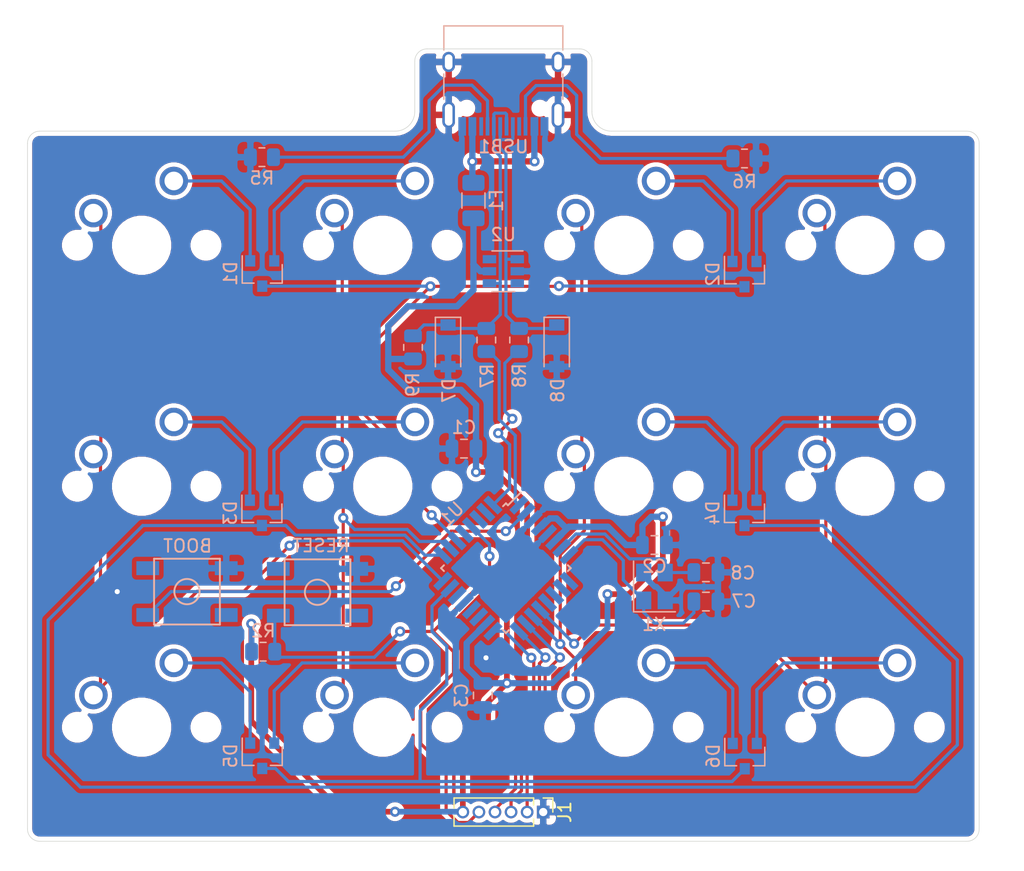
<source format=kicad_pcb>
(kicad_pcb (version 20171130) (host pcbnew "(5.1.9)-1")
  (layers (0 F.Cu signal) (31 B.Cu signal) (34 B.Paste user) (35 F.Paste user) (36 B.SilkS user) (37 F.SilkS user) (38 B.Mask user) (39 F.Mask user) (44 Edge.Cuts user))
  (net 0 "")
  (net 1 BOOT)
  (net 2 GND)
  (net 3 +5V)
  (net 4 "Net-(C7-Pad1)")
  (net 5 "Net-(C8-Pad1)")
  (net 6 row0)
  (net 7 "Net-(D2-Pad2)")
  (net 8 "Net-(D4-Pad2)")
  (net 9 row1)
  (net 10 "Net-(D6-Pad2)")
  (net 11 VCC)
  (net 12 RESET)
  (net 13 SCK)
  (net 14 MISO)
  (net 15 MOSI)
  (net 16 col0)
  (net 17 col1)
  (net 18 col2)
  (net 19 col3)
  (net 20 "Net-(R5-Pad2)")
  (net 21 "Net-(R6-Pad2)")
  (net 22 D-)
  (net 23 D+)
  (net 24 "Net-(U1-Pad31)")
  (net 25 "Net-(U1-Pad30)")
  (net 26 "Net-(U1-Pad28)")
  (net 27 "Net-(U1-Pad22)")
  (net 28 "Net-(U1-Pad20)")
  (net 29 "Net-(U1-Pad19)")
  (net 30 "Net-(U1-Pad12)")
  (net 31 "Net-(U1-Pad11)")
  (net 32 "Net-(U1-Pad10)")
  (net 33 "Net-(U1-Pad9)")
  (net 34 "Net-(U2-Pad6)")
  (net 35 "Net-(U2-Pad3)")
  (net 36 "Net-(USB1-PadB8)")
  (net 37 "Net-(USB1-PadA8)")
  (net 38 row2)
  (net 39 "Net-(D1-Pad2)")
  (net 40 "Net-(D3-Pad2)")
  (net 41 "Net-(D5-Pad2)")
  (net 42 "Net-(D7-Pad1)")
  (net 43 "Net-(D8-Pad1)")
  (module MX_Only:MXOnly-1U-NoLED (layer F.Cu) (at 115.8494 73.6092)
    (fp_text reference MX6)
    (fp_text value MX-NoLED)
    (pad 2 thru_hole circle (at 2.54 -5.08) (size 2.25 2.25) (drill 1.47) (layers *.Cu B.Mask) (net 40 "Net-(D3-Pad2)"))
    (pad "" np_thru_hole circle (at 0 0) (size 3.9878 3.9878) (drill 3.9878) (layers *.Cu *.Mask))
    (pad 1 thru_hole circle (at -3.81 -2.54) (size 2.25 2.25) (drill 1.47) (layers *.Cu B.Mask) (net 17 col1))
    (pad "" np_thru_hole circle (at -5.08 0 48.0996) (size 1.75 1.75) (drill 1.75) (layers *.Cu *.Mask))
    (pad "" np_thru_hole circle (at 5.08 0 48.0996) (size 1.75 1.75) (drill 1.75) (layers *.Cu *.Mask))
  )
  (module custom_parts:D_SOT-23_ANK (layer B.Cu) (at 144.4498 94.9452 270)
    (fp_text reference D6 (at 0 2.5 270) (layer B.SilkS) (effects (justify mirror)))
    (fp_text value D_Small)
    (pad 1 smd rect (at 1 0 270) (size 0.9 0.8) (layers B.Cu B.Paste B.Mask) (net 38 row2))
    (pad 2 smd rect (at -1 -0.95 270) (size 0.9 0.8) (layers B.Cu B.Paste B.Mask) (net 10 "Net-(D6-Pad2)"))
    (pad 2 smd rect (at -1 0.95 270) (size 0.9 0.8) (layers B.Cu B.Paste B.Mask) (net 10 "Net-(D6-Pad2)"))
  )
  (module custom_parts:D_SOT-23_ANK (layer B.Cu) (at 106.3244 94.9198 270)
    (fp_text reference D5 (at 0 2.5 90) (layer B.SilkS) (effects (justify mirror)))
    (fp_text value D_Small)
    (pad 1 smd rect (at 1 0 270) (size 0.9 0.8) (layers B.Cu B.Paste B.Mask) (net 38 row2))
    (pad 2 smd rect (at -1 -0.95 270) (size 0.9 0.8) (layers B.Cu B.Paste B.Mask) (net 41 "Net-(D5-Pad2)"))
    (pad 2 smd rect (at -1 0.95 270) (size 0.9 0.8) (layers B.Cu B.Paste B.Mask) (net 41 "Net-(D5-Pad2)"))
  )
  (module custom_parts:D_SOT-23_ANK (layer B.Cu) (at 144.4244 75.7174 270)
    (fp_text reference D4 (at 0 2.5 90) (layer B.SilkS) (effects (justify mirror)))
    (fp_text value D_Small)
    (pad 1 smd rect (at 1 0 270) (size 0.9 0.8) (layers B.Cu B.Paste B.Mask) (net 9 row1))
    (pad 2 smd rect (at -1 -0.95 270) (size 0.9 0.8) (layers B.Cu B.Paste B.Mask) (net 8 "Net-(D4-Pad2)"))
    (pad 2 smd rect (at -1 0.95 270) (size 0.9 0.8) (layers B.Cu B.Paste B.Mask) (net 8 "Net-(D4-Pad2)"))
  )
  (module custom_parts:D_SOT-23_ANK (layer B.Cu) (at 106.299 75.7174 270)
    (fp_text reference D3 (at 0 2.5 270) (layer B.SilkS) (effects (justify mirror)))
    (fp_text value D_Small)
    (pad 1 smd rect (at 1 0 270) (size 0.9 0.8) (layers B.Cu B.Paste B.Mask) (net 9 row1))
    (pad 2 smd rect (at -1 -0.95 270) (size 0.9 0.8) (layers B.Cu B.Paste B.Mask) (net 40 "Net-(D3-Pad2)"))
    (pad 2 smd rect (at -1 0.95 270) (size 0.9 0.8) (layers B.Cu B.Paste B.Mask) (net 40 "Net-(D3-Pad2)"))
  )
  (module custom_parts:D_SOT-23_ANK (layer B.Cu) (at 144.4244 56.8452 270)
    (fp_text reference D2 (at 0 2.5 90) (layer B.SilkS) (effects (justify mirror)))
    (fp_text value D_Small)
    (pad 1 smd rect (at 1 0 270) (size 0.9 0.8) (layers B.Cu B.Paste B.Mask) (net 6 row0))
    (pad 2 smd rect (at -1 -0.95 270) (size 0.9 0.8) (layers B.Cu B.Paste B.Mask) (net 7 "Net-(D2-Pad2)"))
    (pad 2 smd rect (at -1 0.95 270) (size 0.9 0.8) (layers B.Cu B.Paste B.Mask) (net 7 "Net-(D2-Pad2)"))
  )
  (module custom_parts:D_SOT-23_ANK (layer B.Cu) (at 106.3244 56.7944 270)
    (fp_text reference D1 (at 0 2.5 90) (layer B.SilkS) (effects (justify mirror)))
    (fp_text value D_Small)
    (pad 1 smd rect (at 1 0 270) (size 0.9 0.8) (layers B.Cu B.Paste B.Mask) (net 6 row0))
    (pad 2 smd rect (at -1 -0.95 270) (size 0.9 0.8) (layers B.Cu B.Paste B.Mask) (net 39 "Net-(D1-Pad2)"))
    (pad 2 smd rect (at -1 0.95 270) (size 0.9 0.8) (layers B.Cu B.Paste B.Mask) (net 39 "Net-(D1-Pad2)"))
  )
  (module MX_Only:MXOnly-1U-NoLED (layer F.Cu) (at 153.9494 92.6592)
    (fp_text reference MX12)
    (fp_text value MX-NoLED)
    (pad 2 thru_hole circle (at 2.54 -5.08) (size 2.25 2.25) (drill 1.47) (layers *.Cu B.Mask) (net 10 "Net-(D6-Pad2)"))
    (pad "" np_thru_hole circle (at 0 0) (size 3.9878 3.9878) (drill 3.9878) (layers *.Cu *.Mask))
    (pad 1 thru_hole circle (at -3.81 -2.54) (size 2.25 2.25) (drill 1.47) (layers *.Cu B.Mask) (net 19 col3))
    (pad "" np_thru_hole circle (at -5.08 0 48.0996) (size 1.75 1.75) (drill 1.75) (layers *.Cu *.Mask))
    (pad "" np_thru_hole circle (at 5.08 0 48.0996) (size 1.75 1.75) (drill 1.75) (layers *.Cu *.Mask))
  )
  (module MX_Only:MXOnly-1U-NoLED (layer F.Cu) (at 134.8994 92.6592)
    (fp_text reference MX11)
    (fp_text value MX-NoLED)
    (pad 2 thru_hole circle (at 2.54 -5.08) (size 2.25 2.25) (drill 1.47) (layers *.Cu B.Mask) (net 10 "Net-(D6-Pad2)"))
    (pad "" np_thru_hole circle (at 0 0) (size 3.9878 3.9878) (drill 3.9878) (layers *.Cu *.Mask))
    (pad 1 thru_hole circle (at -3.81 -2.54) (size 2.25 2.25) (drill 1.47) (layers *.Cu B.Mask) (net 18 col2))
    (pad "" np_thru_hole circle (at -5.08 0 48.0996) (size 1.75 1.75) (drill 1.75) (layers *.Cu *.Mask))
    (pad "" np_thru_hole circle (at 5.08 0 48.0996) (size 1.75 1.75) (drill 1.75) (layers *.Cu *.Mask))
  )
  (module MX_Only:MXOnly-1U-NoLED (layer F.Cu) (at 115.8494 92.6592)
    (fp_text reference MX10)
    (fp_text value MX-NoLED)
    (pad 2 thru_hole circle (at 2.54 -5.08) (size 2.25 2.25) (drill 1.47) (layers *.Cu B.Mask) (net 41 "Net-(D5-Pad2)"))
    (pad "" np_thru_hole circle (at 0 0) (size 3.9878 3.9878) (drill 3.9878) (layers *.Cu *.Mask))
    (pad 1 thru_hole circle (at -3.81 -2.54) (size 2.25 2.25) (drill 1.47) (layers *.Cu B.Mask) (net 17 col1))
    (pad "" np_thru_hole circle (at -5.08 0 48.0996) (size 1.75 1.75) (drill 1.75) (layers *.Cu *.Mask))
    (pad "" np_thru_hole circle (at 5.08 0 48.0996) (size 1.75 1.75) (drill 1.75) (layers *.Cu *.Mask))
  )
  (module MX_Only:MXOnly-1U-NoLED (layer F.Cu) (at 96.7994 92.6592)
    (fp_text reference MX9)
    (fp_text value MX-NoLED)
    (pad 2 thru_hole circle (at 2.54 -5.08) (size 2.25 2.25) (drill 1.47) (layers *.Cu B.Mask) (net 41 "Net-(D5-Pad2)"))
    (pad "" np_thru_hole circle (at 0 0) (size 3.9878 3.9878) (drill 3.9878) (layers *.Cu *.Mask))
    (pad 1 thru_hole circle (at -3.81 -2.54) (size 2.25 2.25) (drill 1.47) (layers *.Cu B.Mask) (net 16 col0))
    (pad "" np_thru_hole circle (at -5.08 0 48.0996) (size 1.75 1.75) (drill 1.75) (layers *.Cu *.Mask))
    (pad "" np_thru_hole circle (at 5.08 0 48.0996) (size 1.75 1.75) (drill 1.75) (layers *.Cu *.Mask))
  )
  (module MX_Only:MXOnly-1U-NoLED (layer F.Cu) (at 96.7994 73.6092)
    (fp_text reference MX5)
    (fp_text value MX-NoLED)
    (pad 2 thru_hole circle (at 2.54 -5.08) (size 2.25 2.25) (drill 1.47) (layers *.Cu B.Mask) (net 40 "Net-(D3-Pad2)"))
    (pad "" np_thru_hole circle (at 0 0) (size 3.9878 3.9878) (drill 3.9878) (layers *.Cu *.Mask))
    (pad 1 thru_hole circle (at -3.81 -2.54) (size 2.25 2.25) (drill 1.47) (layers *.Cu B.Mask) (net 16 col0))
    (pad "" np_thru_hole circle (at -5.08 0 48.0996) (size 1.75 1.75) (drill 1.75) (layers *.Cu *.Mask))
    (pad "" np_thru_hole circle (at 5.08 0 48.0996) (size 1.75 1.75) (drill 1.75) (layers *.Cu *.Mask))
  )
  (module Crystal:Crystal_SMD_3225-4Pin_3.2x2.5mm (layer B.Cu) (at 137.3124 81.534 90)
    (fp_text reference X1 (at -2.9972 -0.0254 180) (layer B.SilkS) (effects (justify mirror)))
    (fp_text value Crystal_GND24_Small)
    (pad 4 smd rect (at -1.1 0.85 90) (size 1.4 1.2) (layers B.Cu B.Paste B.Mask) (net 2 GND))
    (pad 3 smd rect (at 1.1 0.85 90) (size 1.4 1.2) (layers B.Cu B.Paste B.Mask) (net 5 "Net-(C8-Pad1)"))
    (pad 2 smd rect (at 1.1 -0.85 90) (size 1.4 1.2) (layers B.Cu B.Paste B.Mask) (net 2 GND))
    (pad 1 smd rect (at -1.1 -0.85 90) (size 1.4 1.2) (layers B.Cu B.Paste B.Mask) (net 4 "Net-(C7-Pad1)"))
  )
  (module Connector_USB:USB_C_Receptacle_HRO_TYPE-C-31-M-12 (layer B.Cu) (at 125.3744 41.1226)
    (fp_text reference USB1 (at 0 5.645) (layer B.SilkS) (effects (justify mirror)))
    (fp_text value USB_C_Receptacle_USB2.0)
    (pad B1 smd rect (at 3.25 4.045) (size 0.6 1.45) (layers B.Cu B.Paste B.Mask) (net 2 GND))
    (pad A9 smd rect (at 2.45 4.045) (size 0.6 1.45) (layers B.Cu B.Paste B.Mask) (net 11 VCC))
    (pad B9 smd rect (at -2.45 4.045) (size 0.6 1.45) (layers B.Cu B.Paste B.Mask) (net 11 VCC))
    (pad B12 smd rect (at -3.25 4.045) (size 0.6 1.45) (layers B.Cu B.Paste B.Mask) (net 2 GND))
    (pad A1 smd rect (at -3.25 4.045) (size 0.6 1.45) (layers B.Cu B.Paste B.Mask) (net 2 GND))
    (pad A4 smd rect (at -2.45 4.045) (size 0.6 1.45) (layers B.Cu B.Paste B.Mask) (net 11 VCC))
    (pad B4 smd rect (at 2.45 4.045) (size 0.6 1.45) (layers B.Cu B.Paste B.Mask) (net 11 VCC))
    (pad A12 smd rect (at 3.25 4.045) (size 0.6 1.45) (layers B.Cu B.Paste B.Mask) (net 2 GND))
    (pad B8 smd rect (at -1.75 4.045) (size 0.3 1.45) (layers B.Cu B.Paste B.Mask) (net 36 "Net-(USB1-PadB8)"))
    (pad A5 smd rect (at -1.25 4.045) (size 0.3 1.45) (layers B.Cu B.Paste B.Mask) (net 20 "Net-(R5-Pad2)"))
    (pad B7 smd rect (at -0.75 4.045) (size 0.3 1.45) (layers B.Cu B.Paste B.Mask) (net 42 "Net-(D7-Pad1)"))
    (pad A7 smd rect (at 0.25 4.045) (size 0.3 1.45) (layers B.Cu B.Paste B.Mask) (net 42 "Net-(D7-Pad1)"))
    (pad B6 smd rect (at 0.75 4.045) (size 0.3 1.45) (layers B.Cu B.Paste B.Mask) (net 43 "Net-(D8-Pad1)"))
    (pad A8 smd rect (at 1.25 4.045) (size 0.3 1.45) (layers B.Cu B.Paste B.Mask) (net 37 "Net-(USB1-PadA8)"))
    (pad B5 smd rect (at 1.75 4.045) (size 0.3 1.45) (layers B.Cu B.Paste B.Mask) (net 21 "Net-(R6-Pad2)"))
    (pad A6 smd rect (at -0.25 4.045) (size 0.3 1.45) (layers B.Cu B.Paste B.Mask) (net 43 "Net-(D8-Pad1)"))
    (pad S1 thru_hole oval (at 4.32 3.13) (size 1 2.1) (drill oval 0.6 1.7) (layers *.Cu *.Mask) (net 2 GND))
    (pad S1 thru_hole oval (at -4.32 3.13) (size 1 2.1) (drill oval 0.6 1.7) (layers *.Cu *.Mask) (net 2 GND))
    (pad "" np_thru_hole circle (at -2.89 2.6) (size 0.65 0.65) (drill 0.65) (layers *.Cu *.Mask))
    (pad S1 thru_hole oval (at -4.32 -1.05) (size 1 1.6) (drill oval 0.6 1.2) (layers *.Cu *.Mask) (net 2 GND))
    (pad "" np_thru_hole circle (at 2.89 2.6) (size 0.65 0.65) (drill 0.65) (layers *.Cu *.Mask))
    (pad S1 thru_hole oval (at 4.32 -1.05) (size 1 1.6) (drill oval 0.6 1.2) (layers *.Cu *.Mask) (net 2 GND))
  )
  (module Package_TO_SOT_SMD:SOT-23-6 (layer B.Cu) (at 125.3744 56.6166 180)
    (fp_text reference U2 (at 0 2.9) (layer B.SilkS) (effects (justify mirror)))
    (fp_text value SRV05-4)
    (pad 5 smd rect (at 1.1 0 180) (size 1.06 0.65) (layers B.Cu B.Paste B.Mask) (net 3 +5V))
    (pad 6 smd rect (at 1.1 0.95 180) (size 1.06 0.65) (layers B.Cu B.Paste B.Mask) (net 34 "Net-(U2-Pad6)"))
    (pad 4 smd rect (at 1.1 -0.95 180) (size 1.06 0.65) (layers B.Cu B.Paste B.Mask) (net 42 "Net-(D7-Pad1)"))
    (pad 3 smd rect (at -1.1 -0.95 180) (size 1.06 0.65) (layers B.Cu B.Paste B.Mask) (net 35 "Net-(U2-Pad3)"))
    (pad 2 smd rect (at -1.1 0 180) (size 1.06 0.65) (layers B.Cu B.Paste B.Mask) (net 2 GND))
    (pad 1 smd rect (at -1.1 0.95 180) (size 1.06 0.65) (layers B.Cu B.Paste B.Mask) (net 43 "Net-(D8-Pad1)"))
  )
  (module Package_QFP:TQFP-32_7x7mm_P0.8mm (layer B.Cu) (at 125.5776 80.0862 225)
    (fp_text reference U1 (at 0 6.05 225) (layer B.SilkS) (effects (justify mirror)))
    (fp_text value ATmega328P-AU)
    (pad 32 smd rect (at -2.8 4.25 135) (size 1.6 0.55) (layers B.Cu B.Paste B.Mask) (net 23 D+))
    (pad 31 smd rect (at -2 4.25 135) (size 1.6 0.55) (layers B.Cu B.Paste B.Mask) (net 24 "Net-(U1-Pad31)"))
    (pad 30 smd rect (at -1.2 4.25 135) (size 1.6 0.55) (layers B.Cu B.Paste B.Mask) (net 25 "Net-(U1-Pad30)"))
    (pad 29 smd rect (at -0.4 4.25 135) (size 1.6 0.55) (layers B.Cu B.Paste B.Mask) (net 12 RESET))
    (pad 28 smd rect (at 0.4 4.25 135) (size 1.6 0.55) (layers B.Cu B.Paste B.Mask) (net 26 "Net-(U1-Pad28)"))
    (pad 27 smd rect (at 1.2 4.25 135) (size 1.6 0.55) (layers B.Cu B.Paste B.Mask) (net 6 row0))
    (pad 26 smd rect (at 2 4.25 135) (size 1.6 0.55) (layers B.Cu B.Paste B.Mask) (net 17 col1))
    (pad 25 smd rect (at 2.8 4.25 135) (size 1.6 0.55) (layers B.Cu B.Paste B.Mask) (net 9 row1))
    (pad 24 smd rect (at 4.25 2.8 225) (size 1.6 0.55) (layers B.Cu B.Paste B.Mask) (net 16 col0))
    (pad 23 smd rect (at 4.25 2 225) (size 1.6 0.55) (layers B.Cu B.Paste B.Mask) (net 38 row2))
    (pad 22 smd rect (at 4.25 1.2 225) (size 1.6 0.55) (layers B.Cu B.Paste B.Mask) (net 27 "Net-(U1-Pad22)"))
    (pad 21 smd rect (at 4.25 0.4 225) (size 1.6 0.55) (layers B.Cu B.Paste B.Mask) (net 2 GND))
    (pad 20 smd rect (at 4.25 -0.4 225) (size 1.6 0.55) (layers B.Cu B.Paste B.Mask) (net 28 "Net-(U1-Pad20)"))
    (pad 19 smd rect (at 4.25 -1.2 225) (size 1.6 0.55) (layers B.Cu B.Paste B.Mask) (net 29 "Net-(U1-Pad19)"))
    (pad 18 smd rect (at 4.25 -2 225) (size 1.6 0.55) (layers B.Cu B.Paste B.Mask) (net 3 +5V))
    (pad 17 smd rect (at 4.25 -2.8 225) (size 1.6 0.55) (layers B.Cu B.Paste B.Mask) (net 13 SCK))
    (pad 16 smd rect (at 2.8 -4.25 135) (size 1.6 0.55) (layers B.Cu B.Paste B.Mask) (net 14 MISO))
    (pad 15 smd rect (at 2 -4.25 135) (size 1.6 0.55) (layers B.Cu B.Paste B.Mask) (net 15 MOSI))
    (pad 14 smd rect (at 1.2 -4.25 135) (size 1.6 0.55) (layers B.Cu B.Paste B.Mask) (net 18 col2))
    (pad 13 smd rect (at 0.4 -4.25 135) (size 1.6 0.55) (layers B.Cu B.Paste B.Mask) (net 19 col3))
    (pad 12 smd rect (at -0.4 -4.25 135) (size 1.6 0.55) (layers B.Cu B.Paste B.Mask) (net 30 "Net-(U1-Pad12)"))
    (pad 11 smd rect (at -1.2 -4.25 135) (size 1.6 0.55) (layers B.Cu B.Paste B.Mask) (net 31 "Net-(U1-Pad11)"))
    (pad 10 smd rect (at -2 -4.25 135) (size 1.6 0.55) (layers B.Cu B.Paste B.Mask) (net 32 "Net-(U1-Pad10)"))
    (pad 9 smd rect (at -2.8 -4.25 135) (size 1.6 0.55) (layers B.Cu B.Paste B.Mask) (net 33 "Net-(U1-Pad9)"))
    (pad 8 smd rect (at -4.25 -2.8 225) (size 1.6 0.55) (layers B.Cu B.Paste B.Mask) (net 4 "Net-(C7-Pad1)"))
    (pad 7 smd rect (at -4.25 -2 225) (size 1.6 0.55) (layers B.Cu B.Paste B.Mask) (net 5 "Net-(C8-Pad1)"))
    (pad 6 smd rect (at -4.25 -1.2 225) (size 1.6 0.55) (layers B.Cu B.Paste B.Mask) (net 3 +5V))
    (pad 5 smd rect (at -4.25 -0.4 225) (size 1.6 0.55) (layers B.Cu B.Paste B.Mask) (net 2 GND))
    (pad 4 smd rect (at -4.25 0.4 225) (size 1.6 0.55) (layers B.Cu B.Paste B.Mask) (net 3 +5V))
    (pad 3 smd rect (at -4.25 1.2 225) (size 1.6 0.55) (layers B.Cu B.Paste B.Mask) (net 2 GND))
    (pad 2 smd rect (at -4.25 2 225) (size 1.6 0.55) (layers B.Cu B.Paste B.Mask) (net 1 BOOT))
    (pad 1 smd rect (at -4.25 2.8 225) (size 1.6 0.55) (layers B.Cu B.Paste B.Mask) (net 22 D-))
  )
  (module random-keyboard-parts:SKQG-1155865 (layer B.Cu) (at 110.6932 81.9912)
    (fp_text reference RESET (at 0.2794 -3.683) (layer B.SilkS) (effects (justify mirror)))
    (fp_text value SW_Push)
    (pad 4 smd rect (at -3.1 -1.85) (size 1.8 1.1) (layers B.Cu B.Paste B.Mask))
    (pad 3 smd rect (at 3.1 1.85) (size 1.8 1.1) (layers B.Cu B.Paste B.Mask))
    (pad 2 smd rect (at -3.1 1.85) (size 1.8 1.1) (layers B.Cu B.Paste B.Mask) (net 12 RESET))
    (pad 1 smd rect (at 3.1 -1.85) (size 1.8 1.1) (layers B.Cu B.Paste B.Mask) (net 2 GND))
  )
  (module Resistor_SMD:R_0805_2012Metric (layer B.Cu) (at 118.237 62.6364 270)
    (fp_text reference R9 (at 2.9464 0.0254 90) (layer B.SilkS) (effects (justify mirror)))
    (fp_text value 1.5K)
    (pad 2 smd roundrect (at 0.9125 0 270) (size 1.025 1.4) (layers B.Cu B.Paste B.Mask) (roundrect_rratio 0.2439004878048781) (net 3 +5V))
    (pad 1 smd roundrect (at -0.9125 0 270) (size 1.025 1.4) (layers B.Cu B.Paste B.Mask) (roundrect_rratio 0.2439004878048781) (net 42 "Net-(D7-Pad1)"))
  )
  (module Resistor_SMD:R_0805_2012Metric (layer B.Cu) (at 126.619 62.0522 90)
    (fp_text reference R8 (at -2.8194 0.0254 90) (layer B.SilkS) (effects (justify mirror)))
    (fp_text value 68R)
    (pad 2 smd roundrect (at 0.9125 0 90) (size 1.025 1.4) (layers B.Cu B.Paste B.Mask) (roundrect_rratio 0.2439004878048781) (net 43 "Net-(D8-Pad1)"))
    (pad 1 smd roundrect (at -0.9125 0 90) (size 1.025 1.4) (layers B.Cu B.Paste B.Mask) (roundrect_rratio 0.2439004878048781) (net 23 D+))
  )
  (module Resistor_SMD:R_0805_2012Metric (layer B.Cu) (at 124.0282 62.0522 90)
    (fp_text reference R7 (at -2.8448 0.0762 90) (layer B.SilkS) (effects (justify mirror)))
    (fp_text value 68R)
    (pad 2 smd roundrect (at 0.9125 0 90) (size 1.025 1.4) (layers B.Cu B.Paste B.Mask) (roundrect_rratio 0.2439004878048781) (net 42 "Net-(D7-Pad1)"))
    (pad 1 smd roundrect (at -0.9125 0 90) (size 1.025 1.4) (layers B.Cu B.Paste B.Mask) (roundrect_rratio 0.2439004878048781) (net 22 D-))
  )
  (module Resistor_SMD:R_0805_2012Metric (layer B.Cu) (at 144.4244 47.7012 180)
    (fp_text reference R6 (at 0 -1.8288) (layer B.SilkS) (effects (justify mirror)))
    (fp_text value 5.1k)
    (pad 2 smd roundrect (at 0.9125 0 180) (size 1.025 1.4) (layers B.Cu B.Paste B.Mask) (roundrect_rratio 0.2439004878048781) (net 21 "Net-(R6-Pad2)"))
    (pad 1 smd roundrect (at -0.9125 0 180) (size 1.025 1.4) (layers B.Cu B.Paste B.Mask) (roundrect_rratio 0.2439004878048781) (net 2 GND))
  )
  (module Resistor_SMD:R_0805_2012Metric (layer B.Cu) (at 106.3009 47.5996)
    (fp_text reference R5 (at 0 1.65) (layer B.SilkS) (effects (justify mirror)))
    (fp_text value 5.1k)
    (pad 2 smd roundrect (at 0.9125 0) (size 1.025 1.4) (layers B.Cu B.Paste B.Mask) (roundrect_rratio 0.2439004878048781) (net 20 "Net-(R5-Pad2)"))
    (pad 1 smd roundrect (at -0.9125 0) (size 1.025 1.4) (layers B.Cu B.Paste B.Mask) (roundrect_rratio 0.2439004878048781) (net 2 GND))
  )
  (module Resistor_SMD:R_0805_2012Metric (layer B.Cu) (at 106.4006 86.6902 180)
    (fp_text reference R2 (at 0 1.65) (layer B.SilkS) (effects (justify mirror)))
    (fp_text value 10k)
    (pad 2 smd roundrect (at 0.9125 0 180) (size 1.025 1.4) (layers B.Cu B.Paste B.Mask) (roundrect_rratio 0.2439004878048781) (net 3 +5V))
    (pad 1 smd roundrect (at -0.9125 0 180) (size 1.025 1.4) (layers B.Cu B.Paste B.Mask) (roundrect_rratio 0.2439004878048781) (net 12 RESET))
  )
  (module MX_Only:MXOnly-1U-NoLED (layer F.Cu) (at 153.9494 73.6092)
    (fp_text reference MX8)
    (fp_text value MX-NoLED)
    (pad 2 thru_hole circle (at 2.54 -5.08) (size 2.25 2.25) (drill 1.47) (layers *.Cu B.Mask) (net 8 "Net-(D4-Pad2)"))
    (pad "" np_thru_hole circle (at 0 0) (size 3.9878 3.9878) (drill 3.9878) (layers *.Cu *.Mask))
    (pad 1 thru_hole circle (at -3.81 -2.54) (size 2.25 2.25) (drill 1.47) (layers *.Cu B.Mask) (net 19 col3))
    (pad "" np_thru_hole circle (at -5.08 0 48.0996) (size 1.75 1.75) (drill 1.75) (layers *.Cu *.Mask))
    (pad "" np_thru_hole circle (at 5.08 0 48.0996) (size 1.75 1.75) (drill 1.75) (layers *.Cu *.Mask))
  )
  (module MX_Only:MXOnly-1U-NoLED (layer F.Cu) (at 134.8994 73.6092)
    (fp_text reference MX7)
    (fp_text value MX-NoLED)
    (pad 2 thru_hole circle (at 2.54 -5.08) (size 2.25 2.25) (drill 1.47) (layers *.Cu B.Mask) (net 8 "Net-(D4-Pad2)"))
    (pad "" np_thru_hole circle (at 0 0) (size 3.9878 3.9878) (drill 3.9878) (layers *.Cu *.Mask))
    (pad 1 thru_hole circle (at -3.81 -2.54) (size 2.25 2.25) (drill 1.47) (layers *.Cu B.Mask) (net 18 col2))
    (pad "" np_thru_hole circle (at -5.08 0 48.0996) (size 1.75 1.75) (drill 1.75) (layers *.Cu *.Mask))
    (pad "" np_thru_hole circle (at 5.08 0 48.0996) (size 1.75 1.75) (drill 1.75) (layers *.Cu *.Mask))
  )
  (module MX_Only:MXOnly-1U-NoLED (layer F.Cu) (at 153.9494 54.5592)
    (fp_text reference MX4)
    (fp_text value MX-NoLED)
    (pad 2 thru_hole circle (at 2.54 -5.08) (size 2.25 2.25) (drill 1.47) (layers *.Cu B.Mask) (net 7 "Net-(D2-Pad2)"))
    (pad "" np_thru_hole circle (at 0 0) (size 3.9878 3.9878) (drill 3.9878) (layers *.Cu *.Mask))
    (pad 1 thru_hole circle (at -3.81 -2.54) (size 2.25 2.25) (drill 1.47) (layers *.Cu B.Mask) (net 19 col3))
    (pad "" np_thru_hole circle (at -5.08 0 48.0996) (size 1.75 1.75) (drill 1.75) (layers *.Cu *.Mask))
    (pad "" np_thru_hole circle (at 5.08 0 48.0996) (size 1.75 1.75) (drill 1.75) (layers *.Cu *.Mask))
  )
  (module MX_Only:MXOnly-1U-NoLED (layer F.Cu) (at 134.8994 54.5592)
    (fp_text reference MX3)
    (fp_text value MX-NoLED)
    (pad 2 thru_hole circle (at 2.54 -5.08) (size 2.25 2.25) (drill 1.47) (layers *.Cu B.Mask) (net 7 "Net-(D2-Pad2)"))
    (pad "" np_thru_hole circle (at 0 0) (size 3.9878 3.9878) (drill 3.9878) (layers *.Cu *.Mask))
    (pad 1 thru_hole circle (at -3.81 -2.54) (size 2.25 2.25) (drill 1.47) (layers *.Cu B.Mask) (net 18 col2))
    (pad "" np_thru_hole circle (at -5.08 0 48.0996) (size 1.75 1.75) (drill 1.75) (layers *.Cu *.Mask))
    (pad "" np_thru_hole circle (at 5.08 0 48.0996) (size 1.75 1.75) (drill 1.75) (layers *.Cu *.Mask))
  )
  (module MX_Only:MXOnly-1U-NoLED (layer F.Cu) (at 115.8494 54.5592)
    (fp_text reference MX2)
    (fp_text value MX-NoLED)
    (pad 2 thru_hole circle (at 2.54 -5.08) (size 2.25 2.25) (drill 1.47) (layers *.Cu B.Mask) (net 39 "Net-(D1-Pad2)"))
    (pad "" np_thru_hole circle (at 0 0) (size 3.9878 3.9878) (drill 3.9878) (layers *.Cu *.Mask))
    (pad 1 thru_hole circle (at -3.81 -2.54) (size 2.25 2.25) (drill 1.47) (layers *.Cu B.Mask) (net 17 col1))
    (pad "" np_thru_hole circle (at -5.08 0 48.0996) (size 1.75 1.75) (drill 1.75) (layers *.Cu *.Mask))
    (pad "" np_thru_hole circle (at 5.08 0 48.0996) (size 1.75 1.75) (drill 1.75) (layers *.Cu *.Mask))
  )
  (module MX_Only:MXOnly-1U-NoLED (layer F.Cu) (at 96.7994 54.5592)
    (fp_text reference MX1)
    (fp_text value MX-NoLED)
    (pad 2 thru_hole circle (at 2.54 -5.08) (size 2.25 2.25) (drill 1.47) (layers *.Cu B.Mask) (net 39 "Net-(D1-Pad2)"))
    (pad "" np_thru_hole circle (at 0 0) (size 3.9878 3.9878) (drill 3.9878) (layers *.Cu *.Mask))
    (pad 1 thru_hole circle (at -3.81 -2.54) (size 2.25 2.25) (drill 1.47) (layers *.Cu B.Mask) (net 16 col0))
    (pad "" np_thru_hole circle (at -5.08 0 48.0996) (size 1.75 1.75) (drill 1.75) (layers *.Cu *.Mask))
    (pad "" np_thru_hole circle (at 5.08 0 48.0996) (size 1.75 1.75) (drill 1.75) (layers *.Cu *.Mask))
  )
  (module Connector_PinHeader_1.27mm:PinHeader_1x06_P1.27mm_Vertical (layer F.Cu) (at 128.524 99.3648 270)
    (fp_text reference J1 (at 0 -1.695 90) (layer F.SilkS))
    (fp_text value Conn_01x06)
    (pad 6 thru_hole oval (at 0 6.35 270) (size 1 1) (drill 0.65) (layers *.Cu *.Mask) (net 3 +5V))
    (pad 5 thru_hole oval (at 0 5.08 270) (size 1 1) (drill 0.65) (layers *.Cu *.Mask) (net 12 RESET))
    (pad 4 thru_hole oval (at 0 3.81 270) (size 1 1) (drill 0.65) (layers *.Cu *.Mask) (net 13 SCK))
    (pad 3 thru_hole oval (at 0 2.54 270) (size 1 1) (drill 0.65) (layers *.Cu *.Mask) (net 14 MISO))
    (pad 2 thru_hole oval (at 0 1.27 270) (size 1 1) (drill 0.65) (layers *.Cu *.Mask) (net 15 MOSI))
    (pad 1 thru_hole rect (at 0 0 270) (size 1 1) (drill 0.65) (layers *.Cu *.Mask) (net 2 GND))
  )
  (module Fuse:Fuse_1206_3216Metric (layer B.Cu) (at 123.0122 51.0286 90)
    (fp_text reference F1 (at 0 1.82 90) (layer B.SilkS) (effects (justify mirror)))
    (fp_text value Polyfuse_Small)
    (pad 2 smd roundrect (at 1.4 0 90) (size 1.25 1.75) (layers B.Cu B.Paste B.Mask) (roundrect_rratio 0.2) (net 11 VCC))
    (pad 1 smd roundrect (at -1.4 0 90) (size 1.25 1.75) (layers B.Cu B.Paste B.Mask) (roundrect_rratio 0.2) (net 3 +5V))
  )
  (module Diode_SMD:D_SOD-123 (layer B.Cu) (at 129.5908 62.5094 270)
    (fp_text reference D8 (at 3.5306 -0.0762 90) (layer B.SilkS) (effects (justify mirror)))
    (fp_text value D_Zener_Small)
    (pad 2 smd rect (at 1.65 0 270) (size 0.9 1.2) (layers B.Cu B.Paste B.Mask) (net 2 GND))
    (pad 1 smd rect (at -1.65 0 270) (size 0.9 1.2) (layers B.Cu B.Paste B.Mask) (net 43 "Net-(D8-Pad1)"))
  )
  (module Diode_SMD:D_SOD-123 (layer B.Cu) (at 121.0056 62.5094 270)
    (fp_text reference D7 (at 3.5306 -0.0762 90) (layer B.SilkS) (effects (justify mirror)))
    (fp_text value D_Zener_Small)
    (pad 2 smd rect (at 1.65 0 270) (size 0.9 1.2) (layers B.Cu B.Paste B.Mask) (net 2 GND))
    (pad 1 smd rect (at -1.65 0 270) (size 0.9 1.2) (layers B.Cu B.Paste B.Mask) (net 42 "Net-(D7-Pad1)"))
  )
  (module Capacitor_SMD:C_0805_2012Metric (layer B.Cu) (at 141.3764 80.4164)
    (fp_text reference C8 (at 2.921 0.0508) (layer B.SilkS) (effects (justify mirror)))
    (fp_text value 22pF)
    (pad 2 smd roundrect (at 0.95 0) (size 1 1.45) (layers B.Cu B.Paste B.Mask) (net 2 GND))
    (pad 1 smd roundrect (at -0.95 0) (size 1 1.45) (layers B.Cu B.Paste B.Mask) (net 5 "Net-(C8-Pad1)"))
  )
  (module Capacitor_SMD:C_0805_2012Metric (layer B.Cu) (at 141.3764 82.7278)
    (fp_text reference C7 (at 2.9972 -0.0254) (layer B.SilkS) (effects (justify mirror)))
    (fp_text value 22pF)
    (pad 2 smd roundrect (at 0.95 0) (size 1 1.45) (layers B.Cu B.Paste B.Mask) (net 2 GND))
    (pad 1 smd roundrect (at -0.95 0) (size 1 1.45) (layers B.Cu B.Paste B.Mask) (net 4 "Net-(C7-Pad1)"))
  )
  (module Capacitor_SMD:C_0805_2012Metric (layer B.Cu) (at 123.7488 90.1446 270)
    (fp_text reference C3 (at 0 1.68 90) (layer B.SilkS) (effects (justify mirror)))
    (fp_text value 0.1uF)
    (pad 2 smd roundrect (at 0.95 0 270) (size 1 1.45) (layers B.Cu B.Paste B.Mask) (net 2 GND))
    (pad 1 smd roundrect (at -0.95 0 270) (size 1 1.45) (layers B.Cu B.Paste B.Mask) (net 3 +5V))
  )
  (module Capacitor_SMD:C_0805_2012Metric (layer B.Cu) (at 137.3124 78.2574)
    (fp_text reference C2 (at 0 1.68) (layer B.SilkS) (effects (justify mirror)))
    (fp_text value 0.1uF)
    (pad 2 smd roundrect (at 0.95 0) (size 1 1.45) (layers B.Cu B.Paste B.Mask) (net 2 GND))
    (pad 1 smd roundrect (at -0.95 0) (size 1 1.45) (layers B.Cu B.Paste B.Mask) (net 3 +5V))
  )
  (module Capacitor_SMD:C_0805_2012Metric (layer B.Cu) (at 122.2654 70.6374 180)
    (fp_text reference C1 (at 0 1.68) (layer B.SilkS) (effects (justify mirror)))
    (fp_text value 10uF)
    (pad 2 smd roundrect (at 0.95 0 180) (size 1 1.45) (layers B.Cu B.Paste B.Mask) (net 2 GND))
    (pad 1 smd roundrect (at -0.95 0 180) (size 1 1.45) (layers B.Cu B.Paste B.Mask) (net 3 +5V))
  )
  (module random-keyboard-parts:SKQG-1155865 (layer B.Cu) (at 100.3808 81.9404)
    (fp_text reference BOOT (at 0.0508 -3.6068) (layer B.SilkS) (effects (justify mirror)))
    (fp_text value SW_Push)
    (pad 4 smd rect (at -3.1 -1.85) (size 1.8 1.1) (layers B.Cu B.Paste B.Mask))
    (pad 3 smd rect (at 3.1 1.85) (size 1.8 1.1) (layers B.Cu B.Paste B.Mask))
    (pad 2 smd rect (at -3.1 1.85) (size 1.8 1.1) (layers B.Cu B.Paste B.Mask) (net 1 BOOT))
    (pad 1 smd rect (at 3.1 -1.85) (size 1.8 1.1) (layers B.Cu B.Paste B.Mask) (net 2 GND))
  )
  (gr_arc (start 88.7476 46.5074) (end 88.7476 45.5422) (angle -90) (layer Edge.Cuts) (width 0.05))
  (gr_arc (start 88.7476 100.711) (end 87.7824 100.711) (angle -90) (layer Edge.Cuts) (width 0.05))
  (gr_arc (start 162.0012 100.711) (end 162.0012 101.6762) (angle -90) (layer Edge.Cuts) (width 0.05))
  (gr_arc (start 162.0012 46.5074) (end 162.9664 46.5074) (angle -90) (layer Edge.Cuts) (width 0.05))
  (gr_arc (start 131.4069 40.005) (end 132.3721 40.005) (angle -90) (layer Edge.Cuts) (width 0.05))
  (gr_arc (start 119.3419 40.005) (end 119.3419 39.0398) (angle -90) (layer Edge.Cuts) (width 0.05))
  (gr_arc (start 133.9215 43.9928) (end 132.3721 43.9928) (angle -90) (layer Edge.Cuts) (width 0.05))
  (gr_arc (start 116.8273 43.9928) (end 116.8273 45.5422) (angle -90) (layer Edge.Cuts) (width 0.05))
  (gr_line (start 87.7824 100.711) (end 87.7824 46.5074) (layer Edge.Cuts) (width 0.05))
  (gr_line (start 162.0012 101.6762) (end 88.7476 101.6762) (layer Edge.Cuts) (width 0.05))
  (gr_line (start 162.9664 46.5074) (end 162.9664 100.711) (layer Edge.Cuts) (width 0.05))
  (gr_line (start 133.9215 45.5422) (end 162.0012 45.5422) (layer Edge.Cuts) (width 0.05))
  (gr_line (start 132.3721 40.005) (end 132.3721 43.9928) (layer Edge.Cuts) (width 0.05))
  (gr_line (start 119.3419 39.0398) (end 131.4069 39.0398) (layer Edge.Cuts) (width 0.05))
  (gr_line (start 118.3767 43.9928) (end 118.3767 40.005) (layer Edge.Cuts) (width 0.05))
  (gr_line (start 88.7476 45.5422) (end 116.8273 45.5422) (layer Edge.Cuts) (width 0.05))
  (segment (start 97.2808 83.7904) (end 99.1308 81.9404) (width 0.25) (layer B.Cu) (net 1))
  (via (at 116.8908 81.5086) (size 0.8) (drill 0.4) (layers F.Cu B.Cu) (net 1))
  (segment (start 116.459 81.9404) (end 116.8908 81.5086) (width 0.25) (layer B.Cu) (net 1))
  (segment (start 99.1308 81.9404) (end 116.459 81.9404) (width 0.25) (layer B.Cu) (net 1))
  (via (at 125.5654 77.1652) (size 0.8) (drill 0.4) (layers F.Cu B.Cu) (net 1))
  (segment (start 121.2342 77.1652) (end 125.5654 77.1652) (width 0.25) (layer F.Cu) (net 1))
  (segment (start 116.8908 81.5086) (end 121.2342 77.1652) (width 0.25) (layer F.Cu) (net 1))
  (segment (start 125.670173 77.1652) (end 127.16859 75.666783) (width 0.25) (layer B.Cu) (net 1))
  (segment (start 125.5654 77.1652) (end 125.670173 77.1652) (width 0.25) (layer B.Cu) (net 1))
  (segment (start 138.1624 82.257) (end 137.464401 81.559001) (width 0.45) (layer B.Cu) (net 2))
  (segment (start 138.1624 82.634) (end 138.1624 82.257) (width 0.45) (layer B.Cu) (net 2))
  (segment (start 137.464401 81.559001) (end 137.337401 81.559001) (width 0.45) (layer B.Cu) (net 2))
  (segment (start 136.4624 80.684) (end 136.4624 80.434) (width 0.45) (layer B.Cu) (net 2))
  (segment (start 137.337401 81.559001) (end 136.4624 80.684) (width 0.45) (layer B.Cu) (net 2))
  (via (at 124.0028 87.1728) (size 0.8) (drill 0.4) (layers F.Cu B.Cu) (net 2))
  (segment (start 139.22999 81.56641) (end 141.16501 81.56641) (width 0.45) (layer B.Cu) (net 2))
  (segment (start 138.1624 82.634) (end 139.22999 81.56641) (width 0.45) (layer B.Cu) (net 2))
  (segment (start 141.16501 81.56641) (end 142.30919 81.56641) (width 0.45) (layer B.Cu) (net 2))
  (via (at 94.869 81.9404) (size 0.8) (drill 0.4) (layers F.Cu B.Cu) (net 2))
  (segment (start 123.559398 56.6166) (end 124.2744 56.6166) (width 0.5) (layer B.Cu) (net 3))
  (segment (start 123.0122 56.069402) (end 123.559398 56.6166) (width 0.5) (layer B.Cu) (net 3))
  (segment (start 123.0122 52.4286) (end 123.0122 56.069402) (width 0.5) (layer B.Cu) (net 3))
  (segment (start 123.0122 56.069402) (end 123.0122 58.0898) (width 0.5) (layer B.Cu) (net 3))
  (segment (start 123.0122 58.0898) (end 121.7168 59.3852) (width 0.5) (layer B.Cu) (net 3))
  (segment (start 116.2812 60.9346) (end 117.8306 59.3852) (width 0.5) (layer B.Cu) (net 3))
  (segment (start 121.7168 59.3852) (end 117.8306 59.3852) (width 0.5) (layer B.Cu) (net 3))
  (segment (start 116.2831 63.5489) (end 116.2812 63.5508) (width 0.5) (layer B.Cu) (net 3))
  (segment (start 118.237 63.5489) (end 116.2831 63.5489) (width 0.5) (layer B.Cu) (net 3))
  (segment (start 116.2812 63.5508) (end 116.2812 60.9346) (width 0.5) (layer B.Cu) (net 3))
  (segment (start 116.2812 64.389) (end 116.2812 63.5508) (width 0.5) (layer B.Cu) (net 3))
  (segment (start 117.8814 65.9892) (end 116.2812 64.389) (width 0.5) (layer B.Cu) (net 3))
  (segment (start 122.0216 65.9892) (end 117.8814 65.9892) (width 0.5) (layer B.Cu) (net 3))
  (segment (start 123.2154 67.183) (end 123.0503 67.0179) (width 0.5) (layer B.Cu) (net 3))
  (segment (start 123.2154 70.6374) (end 123.2154 67.183) (width 0.5) (layer B.Cu) (net 3))
  (segment (start 123.0503 67.0179) (end 122.0216 65.9892) (width 0.5) (layer B.Cu) (net 3))
  (via (at 123.2154 72.4916) (size 0.8) (drill 0.4) (layers F.Cu B.Cu) (net 3))
  (segment (start 123.2154 70.6374) (end 123.2154 72.4916) (width 0.5) (layer B.Cu) (net 3))
  (segment (start 123.764 89.1794) (end 123.7488 89.1946) (width 0.5) (layer B.Cu) (net 3))
  (segment (start 123.7488 89.1946) (end 122.4788 87.9246) (width 0.5) (layer B.Cu) (net 3))
  (segment (start 122.4788 86.013427) (end 123.98661 84.505617) (width 0.5) (layer B.Cu) (net 3))
  (segment (start 122.4788 87.9246) (end 122.4788 86.013427) (width 0.5) (layer B.Cu) (net 3))
  (via (at 137.9728 76.0222) (size 0.8) (drill 0.4) (layers F.Cu B.Cu) (net 3))
  (segment (start 137.9728 76.0222) (end 137.0584 76.0222) (width 0.5) (layer B.Cu) (net 3))
  (segment (start 136.3624 76.7182) (end 136.3624 78.2574) (width 0.5) (layer B.Cu) (net 3))
  (segment (start 137.0584 76.0222) (end 136.3624 76.7182) (width 0.5) (layer B.Cu) (net 3))
  (segment (start 129.050477 76.153689) (end 129.569889 76.153689) (width 0.5) (layer B.Cu) (net 3))
  (segment (start 128.406013 76.798153) (end 129.050477 76.153689) (width 0.5) (layer B.Cu) (net 3))
  (segment (start 128.299961 76.798153) (end 128.406013 76.798153) (width 0.5) (layer B.Cu) (net 3))
  (segment (start 129.569889 76.153689) (end 130.388528 76.972328) (width 0.5) (layer B.Cu) (net 3))
  (segment (start 130.388528 76.972328) (end 129.431332 77.929524) (width 0.5) (layer B.Cu) (net 3))
  (segment (start 130.548877 76.811979) (end 130.388528 76.972328) (width 0.5) (layer B.Cu) (net 3))
  (segment (start 133.631779 76.811979) (end 130.548877 76.811979) (width 0.5) (layer B.Cu) (net 3))
  (segment (start 135.0772 78.2574) (end 133.631779 76.811979) (width 0.5) (layer B.Cu) (net 3))
  (segment (start 136.3624 78.2574) (end 135.0772 78.2574) (width 0.5) (layer B.Cu) (net 3))
  (segment (start 125.6538 89.1794) (end 123.764 89.1794) (width 0.5) (layer B.Cu) (net 3))
  (via (at 125.6538 89.1794) (size 0.8) (drill 0.4) (layers F.Cu B.Cu) (net 3))
  (segment (start 126.3904 89.1794) (end 125.6538 89.1794) (width 0.5) (layer B.Cu) (net 3))
  (segment (start 122.174 99.3648) (end 122.174 95.0468) (width 0.45) (layer F.Cu) (net 3))
  (segment (start 124.1679 90.6653) (end 125.6538 89.1794) (width 0.45) (layer F.Cu) (net 3))
  (segment (start 124.1679 93.0529) (end 124.1679 90.6653) (width 0.45) (layer F.Cu) (net 3))
  (segment (start 122.174 95.0468) (end 124.1679 93.0529) (width 0.45) (layer F.Cu) (net 3))
  (via (at 105.4608 84.4804) (size 0.8) (drill 0.4) (layers F.Cu B.Cu) (net 3))
  (segment (start 105.4881 84.5077) (end 105.4608 84.4804) (width 0.45) (layer B.Cu) (net 3))
  (segment (start 105.4881 86.6902) (end 105.4881 84.5077) (width 0.45) (layer B.Cu) (net 3))
  (segment (start 105.4608 84.4804) (end 105.4608 92.1766) (width 0.45) (layer F.Cu) (net 3))
  (via (at 116.8146 99.3394) (size 0.8) (drill 0.4) (layers F.Cu B.Cu) (net 3))
  (segment (start 112.6236 99.3394) (end 116.8146 99.3394) (width 0.45) (layer F.Cu) (net 3))
  (segment (start 105.4608 92.1766) (end 112.6236 99.3394) (width 0.45) (layer F.Cu) (net 3))
  (segment (start 122.1486 99.3394) (end 122.174 99.3648) (width 0.45) (layer B.Cu) (net 3))
  (segment (start 116.8146 99.3394) (end 122.1486 99.3394) (width 0.45) (layer B.Cu) (net 3))
  (segment (start 124.7648 72.4916) (end 123.2154 72.4916) (width 0.45) (layer F.Cu) (net 3))
  (segment (start 127.254 74.9808) (end 124.7648 72.4916) (width 0.45) (layer F.Cu) (net 3))
  (segment (start 125.6538 82.8548) (end 127.254 81.2546) (width 0.45) (layer F.Cu) (net 3))
  (segment (start 127.254 81.2546) (end 127.254 74.9808) (width 0.45) (layer F.Cu) (net 3))
  (segment (start 125.6538 89.1794) (end 128.1938 89.1794) (width 0.45) (layer B.Cu) (net 3))
  (segment (start 128.1938 89.1794) (end 128.2446 89.1794) (width 0.45) (layer B.Cu) (net 3))
  (segment (start 137.9728 79.4512) (end 137.9728 76.0222) (width 0.45) (layer F.Cu) (net 3))
  (segment (start 128.1938 89.1794) (end 128.2954 89.1794) (width 0.45) (layer B.Cu) (net 3))
  (via (at 133.604 82.1436) (size 0.8) (drill 0.4) (layers F.Cu B.Cu) (net 3))
  (segment (start 133.604 83.8708) (end 133.604 82.1436) (width 0.45) (layer B.Cu) (net 3))
  (segment (start 135.2804 82.1436) (end 137.9728 79.4512) (width 0.45) (layer F.Cu) (net 3))
  (segment (start 133.604 82.1436) (end 135.2804 82.1436) (width 0.45) (layer F.Cu) (net 3))
  (segment (start 128.1938 89.1794) (end 129.2352 89.1794) (width 0.45) (layer B.Cu) (net 3))
  (segment (start 133.604 84.8106) (end 133.604 83.8708) (width 0.45) (layer B.Cu) (net 3))
  (segment (start 129.2352 89.1794) (end 133.604 84.8106) (width 0.45) (layer B.Cu) (net 3))
  (segment (start 125.6538 89.1794) (end 125.6538 82.8548) (width 0.45) (layer F.Cu) (net 3))
  (segment (start 136.4624 83.584) (end 137.308 84.4296) (width 0.25) (layer B.Cu) (net 4))
  (segment (start 136.4624 82.634) (end 136.4624 83.584) (width 0.25) (layer B.Cu) (net 4))
  (segment (start 137.308 84.4296) (end 139.5984 84.4296) (width 0.25) (layer B.Cu) (net 4))
  (segment (start 140.4264 83.6016) (end 140.4264 82.7278) (width 0.25) (layer B.Cu) (net 4))
  (segment (start 139.5984 84.4296) (end 140.4264 83.6016) (width 0.25) (layer B.Cu) (net 4))
  (segment (start 131.786599 77.836999) (end 130.562703 79.060895) (width 0.25) (layer B.Cu) (net 4))
  (segment (start 133.207203 77.836999) (end 131.786599 77.836999) (width 0.25) (layer B.Cu) (net 4))
  (segment (start 134.851104 79.4809) (end 133.207203 77.836999) (width 0.25) (layer B.Cu) (net 4))
  (segment (start 134.851104 81.022704) (end 134.851104 79.4809) (width 0.25) (layer B.Cu) (net 4))
  (segment (start 136.4624 82.634) (end 134.851104 81.022704) (width 0.25) (layer B.Cu) (net 4))
  (segment (start 140.4088 80.434) (end 140.4264 80.4164) (width 0.25) (layer B.Cu) (net 5))
  (segment (start 138.1624 80.434) (end 140.4088 80.434) (width 0.25) (layer B.Cu) (net 5))
  (segment (start 131.105238 77.386989) (end 129.997017 78.49521) (width 0.25) (layer B.Cu) (net 5))
  (segment (start 133.393603 77.386989) (end 131.105238 77.386989) (width 0.25) (layer B.Cu) (net 5))
  (segment (start 135.356214 79.3496) (end 133.393603 77.386989) (width 0.25) (layer B.Cu) (net 5))
  (segment (start 138.028 79.3496) (end 135.356214 79.3496) (width 0.25) (layer B.Cu) (net 5))
  (segment (start 138.1624 79.484) (end 138.028 79.3496) (width 0.25) (layer B.Cu) (net 5))
  (segment (start 138.1624 80.434) (end 138.1624 79.484) (width 0.25) (layer B.Cu) (net 5))
  (via (at 119.6086 57.8104) (size 0.8) (drill 0.4) (layers F.Cu B.Cu) (net 6))
  (segment (start 119.5926 57.7944) (end 119.6086 57.8104) (width 0.25) (layer B.Cu) (net 6))
  (segment (start 106.3244 57.7944) (end 119.5926 57.7944) (width 0.25) (layer B.Cu) (net 6))
  (via (at 129.7686 57.785) (size 0.8) (drill 0.4) (layers F.Cu B.Cu) (net 6))
  (segment (start 129.7432 57.8104) (end 129.7686 57.785) (width 0.25) (layer F.Cu) (net 6))
  (segment (start 119.6086 57.8104) (end 129.7432 57.8104) (width 0.25) (layer F.Cu) (net 6))
  (segment (start 144.3642 57.785) (end 144.4244 57.8452) (width 0.25) (layer B.Cu) (net 6))
  (segment (start 129.7686 57.785) (end 144.3642 57.785) (width 0.25) (layer B.Cu) (net 6))
  (via (at 119.7102 75.8952) (size 0.8) (drill 0.4) (layers F.Cu B.Cu) (net 6))
  (segment (start 121.723868 77.908868) (end 119.7102 75.8952) (width 0.25) (layer B.Cu) (net 6))
  (segment (start 121.723868 77.929524) (end 121.723868 77.908868) (width 0.25) (layer B.Cu) (net 6))
  (segment (start 114.4016 63.0174) (end 119.6086 57.8104) (width 0.25) (layer F.Cu) (net 6))
  (segment (start 114.4016 67.945) (end 114.4016 63.0174) (width 0.25) (layer F.Cu) (net 6))
  (segment (start 119.0244 72.5678) (end 114.4016 67.945) (width 0.25) (layer F.Cu) (net 6))
  (segment (start 119.0244 75.2094) (end 119.0244 72.5678) (width 0.25) (layer F.Cu) (net 6))
  (segment (start 119.7102 75.8952) (end 119.0244 75.2094) (width 0.25) (layer F.Cu) (net 6))
  (segment (start 143.4744 55.8452) (end 143.4744 51.7804) (width 0.25) (layer B.Cu) (net 7))
  (segment (start 141.1732 49.4792) (end 137.4394 49.4792) (width 0.25) (layer B.Cu) (net 7))
  (segment (start 143.4744 51.7804) (end 141.1732 49.4792) (width 0.25) (layer B.Cu) (net 7))
  (segment (start 145.3744 55.8452) (end 145.3744 51.8312) (width 0.25) (layer B.Cu) (net 7))
  (segment (start 147.7264 49.4792) (end 156.4894 49.4792) (width 0.25) (layer B.Cu) (net 7))
  (segment (start 145.3744 51.8312) (end 147.7264 49.4792) (width 0.25) (layer B.Cu) (net 7))
  (segment (start 143.4744 74.7174) (end 143.4744 70.5764) (width 0.25) (layer B.Cu) (net 8))
  (segment (start 141.4272 68.5292) (end 137.4394 68.5292) (width 0.25) (layer B.Cu) (net 8))
  (segment (start 143.4744 70.5764) (end 141.4272 68.5292) (width 0.25) (layer B.Cu) (net 8))
  (segment (start 145.3744 74.7174) (end 145.3744 70.6526) (width 0.25) (layer B.Cu) (net 8))
  (segment (start 147.4978 68.5292) (end 156.4894 68.5292) (width 0.25) (layer B.Cu) (net 8))
  (segment (start 145.3744 70.6526) (end 147.4978 68.5292) (width 0.25) (layer B.Cu) (net 8))
  (segment (start 161.2392 87.3506) (end 150.606 76.7174) (width 0.25) (layer B.Cu) (net 9))
  (segment (start 161.2392 94.0562) (end 161.2392 87.3506) (width 0.25) (layer B.Cu) (net 9))
  (segment (start 91.96621 97.40181) (end 157.89359 97.40181) (width 0.25) (layer B.Cu) (net 9))
  (segment (start 89.408 94.8436) (end 91.96621 97.40181) (width 0.25) (layer B.Cu) (net 9))
  (segment (start 157.89359 97.40181) (end 161.2392 94.0562) (width 0.25) (layer B.Cu) (net 9))
  (segment (start 89.408 84.201) (end 89.408 94.8436) (width 0.25) (layer B.Cu) (net 9))
  (segment (start 96.8916 76.7174) (end 89.408 84.201) (width 0.25) (layer B.Cu) (net 9))
  (segment (start 150.606 76.7174) (end 144.4244 76.7174) (width 0.25) (layer B.Cu) (net 9))
  (segment (start 106.299 76.7174) (end 96.8916 76.7174) (width 0.25) (layer B.Cu) (net 9))
  (segment (start 120.592497 79.060895) (end 120.592497 79.012697) (width 0.25) (layer B.Cu) (net 9))
  (segment (start 119.178297 79.060895) (end 120.592497 79.060895) (width 0.25) (layer B.Cu) (net 9))
  (segment (start 117.594592 77.47719) (end 119.178297 79.060895) (width 0.25) (layer B.Cu) (net 9))
  (segment (start 108.188 76.7174) (end 108.94779 77.47719) (width 0.25) (layer B.Cu) (net 9))
  (segment (start 108.94779 77.47719) (end 117.594592 77.47719) (width 0.25) (layer B.Cu) (net 9))
  (segment (start 106.299 76.7174) (end 108.188 76.7174) (width 0.25) (layer B.Cu) (net 9))
  (segment (start 143.4998 93.9452) (end 143.4998 89.6264) (width 0.25) (layer B.Cu) (net 10))
  (segment (start 141.4526 87.5792) (end 137.4394 87.5792) (width 0.25) (layer B.Cu) (net 10))
  (segment (start 143.4998 89.6264) (end 141.4526 87.5792) (width 0.25) (layer B.Cu) (net 10))
  (segment (start 145.3998 93.9452) (end 145.3998 89.7026) (width 0.25) (layer B.Cu) (net 10))
  (segment (start 147.5232 87.5792) (end 156.4894 87.5792) (width 0.25) (layer B.Cu) (net 10))
  (segment (start 145.3998 89.7026) (end 147.5232 87.5792) (width 0.25) (layer B.Cu) (net 10))
  (segment (start 123.444 49.6286) (end 123.444 49.5554) (width 0.5) (layer B.Cu) (net 11))
  (segment (start 123.444 49.5554) (end 122.9244 49.0358) (width 0.5) (layer B.Cu) (net 11))
  (segment (start 127.8244 47.916) (end 127.8382 47.9298) (width 0.5) (layer B.Cu) (net 11))
  (via (at 127.8382 47.9298) (size 0.8) (drill 0.4) (layers F.Cu B.Cu) (net 11))
  (segment (start 127.8244 45.1676) (end 127.8244 47.916) (width 0.5) (layer B.Cu) (net 11))
  (via (at 122.9244 47.9414) (size 0.8) (drill 0.4) (layers F.Cu B.Cu) (net 11))
  (segment (start 122.936 47.9298) (end 122.9244 47.9414) (width 0.5) (layer F.Cu) (net 11))
  (segment (start 127.8382 47.9298) (end 122.936 47.9298) (width 0.5) (layer F.Cu) (net 11))
  (segment (start 122.9244 47.9414) (end 122.9244 45.1676) (width 0.5) (layer B.Cu) (net 11))
  (segment (start 122.9244 49.0358) (end 122.9244 47.9414) (width 0.5) (layer B.Cu) (net 11))
  (segment (start 107.3131 84.1213) (end 107.5932 83.8412) (width 0.25) (layer B.Cu) (net 12))
  (segment (start 107.3131 86.6902) (end 107.3131 84.1213) (width 0.25) (layer B.Cu) (net 12))
  (via (at 117.221 85.09) (size 0.8) (drill 0.4) (layers F.Cu B.Cu) (net 12))
  (segment (start 117.221 85.09) (end 115.18181 87.12919) (width 0.25) (layer B.Cu) (net 12))
  (segment (start 107.75209 87.12919) (end 107.3131 86.6902) (width 0.25) (layer B.Cu) (net 12))
  (segment (start 115.18181 87.12919) (end 107.75209 87.12919) (width 0.25) (layer B.Cu) (net 12))
  (via (at 124.2822 79.1464) (size 0.8) (drill 0.4) (layers F.Cu B.Cu) (net 12))
  (segment (start 124.2822 78.225114) (end 124.2822 79.1464) (width 0.25) (layer B.Cu) (net 12))
  (segment (start 122.855239 76.798153) (end 124.2822 78.225114) (width 0.25) (layer B.Cu) (net 12))
  (segment (start 118.8466 93.9546) (end 118.8466 90.9828) (width 0.25) (layer F.Cu) (net 12))
  (segment (start 118.8466 90.9828) (end 121.4374 88.392) (width 0.25) (layer F.Cu) (net 12))
  (segment (start 120.8532 95.9612) (end 118.8466 93.9546) (width 0.25) (layer F.Cu) (net 12))
  (segment (start 120.8532 99.265002) (end 120.8532 95.9612) (width 0.25) (layer F.Cu) (net 12))
  (segment (start 121.777999 100.189801) (end 120.8532 99.265002) (width 0.25) (layer F.Cu) (net 12))
  (segment (start 122.618999 100.189801) (end 121.777999 100.189801) (width 0.25) (layer F.Cu) (net 12))
  (segment (start 123.444 99.3648) (end 122.618999 100.189801) (width 0.25) (layer F.Cu) (net 12))
  (segment (start 121.4374 86.6902) (end 119.8372 85.09) (width 0.25) (layer F.Cu) (net 12))
  (segment (start 121.4374 87.6046) (end 121.4374 86.6902) (width 0.25) (layer F.Cu) (net 12))
  (segment (start 117.221 85.09) (end 119.8372 85.09) (width 0.25) (layer F.Cu) (net 12))
  (segment (start 121.4374 88.392) (end 121.4374 87.6046) (width 0.25) (layer F.Cu) (net 12))
  (segment (start 124.2822 80.645) (end 119.8372 85.09) (width 0.25) (layer F.Cu) (net 12))
  (segment (start 124.2822 79.1464) (end 124.2822 80.645) (width 0.25) (layer F.Cu) (net 12))
  (segment (start 124.746103 85.071303) (end 124.552295 85.071303) (width 0.25) (layer B.Cu) (net 13))
  (segment (start 124.714 99.14198) (end 124.714 99.3648) (width 0.25) (layer F.Cu) (net 13))
  (segment (start 126.3396 97.51638) (end 124.714 99.14198) (width 0.25) (layer F.Cu) (net 13))
  (segment (start 126.3396 92.5576) (end 126.3396 97.51638) (width 0.25) (layer F.Cu) (net 13))
  (segment (start 126.3396 92.1512) (end 126.3396 91.38638) (width 0.25) (layer F.Cu) (net 13))
  (segment (start 126.3396 92.5576) (end 126.3396 92.1512) (width 0.25) (layer F.Cu) (net 13))
  (segment (start 126.3396 91.38638) (end 127.77638 89.9496) (width 0.25) (layer F.Cu) (net 13))
  (via (at 127.5842 87.1728) (size 0.8) (drill 0.4) (layers F.Cu B.Cu) (net 13))
  (segment (start 127.77638 87.36498) (end 127.5842 87.1728) (width 0.25) (layer F.Cu) (net 13))
  (segment (start 127.77638 89.9496) (end 127.77638 87.36498) (width 0.25) (layer F.Cu) (net 13))
  (segment (start 125.482703 85.071303) (end 124.552295 85.071303) (width 0.25) (layer B.Cu) (net 13))
  (segment (start 127.5842 87.1728) (end 125.482703 85.071303) (width 0.25) (layer B.Cu) (net 13))
  (segment (start 125.984 99.3648) (end 125.984 98.50839) (width 0.25) (layer F.Cu) (net 14))
  (segment (start 125.984 98.50839) (end 126.80399 97.6884) (width 0.25) (layer F.Cu) (net 14))
  (segment (start 126.80399 97.6884) (end 126.803991 92.472799) (width 0.25) (layer F.Cu) (net 14))
  (segment (start 126.651103 85.071303) (end 126.602905 85.071303) (width 0.25) (layer B.Cu) (net 14))
  (segment (start 126.803991 92.472799) (end 126.803991 91.558399) (width 0.25) (layer F.Cu) (net 14))
  (segment (start 126.803991 91.558399) (end 127.939095 90.423295) (width 0.25) (layer F.Cu) (net 14))
  (segment (start 127.939095 90.423295) (end 128.22639 90.136) (width 0.25) (layer F.Cu) (net 14))
  (via (at 128.7018 87.1474) (size 0.8) (drill 0.4) (layers F.Cu B.Cu) (net 14))
  (segment (start 128.22639 87.62281) (end 128.7018 87.1474) (width 0.25) (layer F.Cu) (net 14))
  (segment (start 128.22639 90.136) (end 128.22639 87.62281) (width 0.25) (layer F.Cu) (net 14))
  (segment (start 126.625703 85.071303) (end 126.602905 85.071303) (width 0.25) (layer B.Cu) (net 14))
  (segment (start 128.7018 87.1474) (end 126.625703 85.071303) (width 0.25) (layer B.Cu) (net 14))
  (segment (start 127.16859 84.505617) (end 127.16859 84.52199) (width 0.25) (layer B.Cu) (net 15))
  (segment (start 127.254 99.3648) (end 127.254 92.6592) (width 0.25) (layer F.Cu) (net 15))
  (via (at 129.8448 87.1474) (size 0.8) (drill 0.4) (layers F.Cu B.Cu) (net 15))
  (segment (start 127.203017 84.505617) (end 129.8448 87.1474) (width 0.25) (layer B.Cu) (net 15))
  (segment (start 127.16859 84.505617) (end 127.203017 84.505617) (width 0.25) (layer B.Cu) (net 15))
  (segment (start 129.8448 87.1474) (end 128.6764 88.3158) (width 0.25) (layer F.Cu) (net 15))
  (segment (start 128.6764 88.3158) (end 128.6764 90.3224) (width 0.25) (layer F.Cu) (net 15))
  (segment (start 127.254 91.7448) (end 127.254 92.6592) (width 0.25) (layer F.Cu) (net 15))
  (segment (start 128.6764 90.3224) (end 127.254 91.7448) (width 0.25) (layer F.Cu) (net 15))
  (segment (start 92.9894 90.1192) (end 101.1936 81.915) (width 0.25) (layer F.Cu) (net 16))
  (via (at 108.4834 78.3082) (size 0.8) (drill 0.4) (layers F.Cu B.Cu) (net 16))
  (segment (start 104.8766 81.915) (end 108.4834 78.3082) (width 0.25) (layer F.Cu) (net 16))
  (segment (start 101.1936 81.915) (end 104.8766 81.915) (width 0.25) (layer F.Cu) (net 16))
  (segment (start 120.592497 81.111505) (end 117.408192 77.9272) (width 0.25) (layer B.Cu) (net 16))
  (segment (start 108.8644 77.9272) (end 108.4834 78.3082) (width 0.25) (layer B.Cu) (net 16))
  (segment (start 117.408192 77.9272) (end 108.8644 77.9272) (width 0.25) (layer B.Cu) (net 16))
  (segment (start 92.9894 90.1192) (end 92.9894 89.6874) (width 0.25) (layer F.Cu) (net 16))
  (segment (start 92.9894 89.6874) (end 93.5482 89.1286) (width 0.25) (layer F.Cu) (net 16))
  (segment (start 93.5482 71.628) (end 92.9894 71.0692) (width 0.25) (layer F.Cu) (net 16))
  (segment (start 93.5482 89.1286) (end 93.5482 71.628) (width 0.25) (layer F.Cu) (net 16))
  (segment (start 92.9894 71.0692) (end 92.9894 70.9422) (width 0.25) (layer F.Cu) (net 16))
  (segment (start 92.9894 70.9422) (end 93.5736 70.358) (width 0.25) (layer F.Cu) (net 16))
  (segment (start 93.5736 52.6034) (end 92.9894 52.0192) (width 0.25) (layer F.Cu) (net 16))
  (segment (start 93.5736 70.358) (end 93.5736 52.6034) (width 0.25) (layer F.Cu) (net 16))
  (segment (start 118.729557 77.975745) (end 117.780992 77.02718) (width 0.25) (layer B.Cu) (net 17))
  (segment (start 120.638718 77.975745) (end 118.729557 77.975745) (width 0.25) (layer B.Cu) (net 17))
  (segment (start 121.158183 78.49521) (end 120.638718 77.975745) (width 0.25) (layer B.Cu) (net 17))
  (segment (start 112.0394 71.0692) (end 112.0394 70.8914) (width 0.25) (layer F.Cu) (net 17))
  (segment (start 112.0394 70.8914) (end 112.649 70.2818) (width 0.25) (layer F.Cu) (net 17))
  (segment (start 112.649 52.6288) (end 112.0394 52.0192) (width 0.25) (layer F.Cu) (net 17))
  (segment (start 112.649 70.2818) (end 112.649 52.6288) (width 0.25) (layer F.Cu) (net 17))
  (segment (start 112.0394 71.0692) (end 112.0394 71.1454) (width 0.25) (layer F.Cu) (net 17))
  (segment (start 112.0394 71.1454) (end 112.6744 71.7804) (width 0.25) (layer F.Cu) (net 17))
  (segment (start 112.0394 90.1192) (end 112.0394 90.0684) (width 0.25) (layer F.Cu) (net 17))
  (segment (start 112.0394 90.0684) (end 112.7252 89.3826) (width 0.25) (layer F.Cu) (net 17))
  (segment (start 112.7252 71.755) (end 112.0394 71.0692) (width 0.25) (layer F.Cu) (net 17))
  (via (at 112.7252 76.1238) (size 0.8) (drill 0.4) (layers F.Cu B.Cu) (net 17))
  (segment (start 113.62858 77.02718) (end 112.7252 76.1238) (width 0.25) (layer B.Cu) (net 17))
  (segment (start 112.7252 76.1238) (end 112.7252 71.755) (width 0.25) (layer F.Cu) (net 17))
  (segment (start 112.7252 89.3826) (end 112.7252 76.1238) (width 0.25) (layer F.Cu) (net 17))
  (segment (start 117.780992 77.02718) (end 114.76822 77.02718) (width 0.25) (layer B.Cu) (net 17))
  (segment (start 114.76822 77.02718) (end 113.62858 77.02718) (width 0.25) (layer B.Cu) (net 17))
  (via (at 129.8702 86.0806) (size 0.8) (drill 0.4) (layers F.Cu B.Cu) (net 18))
  (segment (start 127.734276 83.944676) (end 129.8702 86.0806) (width 0.25) (layer B.Cu) (net 18))
  (segment (start 127.734276 83.939932) (end 127.734276 83.944676) (width 0.25) (layer B.Cu) (net 18))
  (segment (start 131.0894 87.2998) (end 131.0894 90.1192) (width 0.25) (layer F.Cu) (net 18))
  (segment (start 129.8702 86.0806) (end 131.0894 87.2998) (width 0.25) (layer F.Cu) (net 18))
  (segment (start 129.8702 86.0806) (end 129.8702 79.0194) (width 0.25) (layer F.Cu) (net 18))
  (segment (start 129.8702 79.0194) (end 131.7752 77.1144) (width 0.25) (layer F.Cu) (net 18))
  (segment (start 131.7752 71.755) (end 131.0894 71.0692) (width 0.25) (layer F.Cu) (net 18))
  (segment (start 131.7752 77.1144) (end 131.7752 71.755) (width 0.25) (layer F.Cu) (net 18))
  (segment (start 131.0894 71.0692) (end 131.1148 71.0692) (width 0.25) (layer F.Cu) (net 18))
  (segment (start 131.1148 71.0692) (end 131.572 70.612) (width 0.25) (layer F.Cu) (net 18))
  (segment (start 131.572 52.5018) (end 131.0894 52.0192) (width 0.25) (layer F.Cu) (net 18))
  (segment (start 131.572 70.612) (end 131.572 52.5018) (width 0.25) (layer F.Cu) (net 18))
  (segment (start 128.299961 83.374247) (end 128.318447 83.374247) (width 0.25) (layer B.Cu) (net 19))
  (segment (start 144.6022 84.582) (end 150.1394 90.1192) (width 0.25) (layer F.Cu) (net 19))
  (via (at 130.9624 86.0552) (size 0.8) (drill 0.4) (layers F.Cu B.Cu) (net 19))
  (segment (start 128.299961 83.392761) (end 130.9624 86.0552) (width 0.25) (layer B.Cu) (net 19))
  (segment (start 128.299961 83.374247) (end 128.299961 83.392761) (width 0.25) (layer B.Cu) (net 19))
  (segment (start 132.4356 84.582) (end 133.8072 84.582) (width 0.25) (layer F.Cu) (net 19))
  (segment (start 130.9624 86.0552) (end 132.4356 84.582) (width 0.25) (layer F.Cu) (net 19))
  (segment (start 133.8072 84.582) (end 144.6022 84.582) (width 0.25) (layer F.Cu) (net 19))
  (segment (start 150.1394 90.1192) (end 150.1394 89.7636) (width 0.25) (layer F.Cu) (net 19))
  (segment (start 150.1394 89.7636) (end 150.8506 89.0524) (width 0.25) (layer F.Cu) (net 19))
  (segment (start 150.8506 71.7804) (end 150.1394 71.0692) (width 0.25) (layer F.Cu) (net 19))
  (segment (start 150.8506 89.0524) (end 150.8506 71.7804) (width 0.25) (layer F.Cu) (net 19))
  (segment (start 150.1394 71.0692) (end 150.1394 71.0184) (width 0.25) (layer F.Cu) (net 19))
  (segment (start 150.1394 71.0184) (end 150.7744 70.3834) (width 0.25) (layer F.Cu) (net 19))
  (segment (start 150.7744 52.6542) (end 150.1394 52.0192) (width 0.25) (layer F.Cu) (net 19))
  (segment (start 150.7744 70.3834) (end 150.7744 52.6542) (width 0.25) (layer F.Cu) (net 19))
  (segment (start 107.2134 47.5996) (end 117.475 47.5996) (width 0.25) (layer B.Cu) (net 20))
  (segment (start 117.475 47.5996) (end 119.507 45.5676) (width 0.25) (layer B.Cu) (net 20))
  (segment (start 119.507 45.5676) (end 119.507 43.1292) (width 0.25) (layer B.Cu) (net 20))
  (segment (start 119.507 43.1292) (end 120.7262 41.91) (width 0.25) (layer B.Cu) (net 20))
  (segment (start 120.7262 41.91) (end 122.8852 41.91) (width 0.25) (layer B.Cu) (net 20))
  (segment (start 124.1244 43.1492) (end 124.1244 45.1676) (width 0.25) (layer B.Cu) (net 20))
  (segment (start 122.8852 41.91) (end 124.1244 43.1492) (width 0.25) (layer B.Cu) (net 20))
  (segment (start 127.9652 41.9354) (end 127.1244 42.7762) (width 0.25) (layer B.Cu) (net 21))
  (segment (start 127.1244 42.7762) (end 127.1244 45.1676) (width 0.25) (layer B.Cu) (net 21))
  (segment (start 130.3782 41.9354) (end 127.9652 41.9354) (width 0.25) (layer B.Cu) (net 21))
  (segment (start 131.1656 42.7228) (end 130.3782 41.9354) (width 0.25) (layer B.Cu) (net 21))
  (segment (start 131.1656 45.7962) (end 131.1656 42.7228) (width 0.25) (layer B.Cu) (net 21))
  (segment (start 133.0706 47.7012) (end 131.1656 45.7962) (width 0.25) (layer B.Cu) (net 21))
  (segment (start 143.5119 47.7012) (end 133.0706 47.7012) (width 0.25) (layer B.Cu) (net 21))
  (segment (start 124.0282 62.9647) (end 124.2549 62.9647) (width 0.25) (layer B.Cu) (net 22))
  (segment (start 124.2549 62.9647) (end 125.0442 63.754) (width 0.25) (layer B.Cu) (net 22))
  (segment (start 125.0442 63.754) (end 125.0442 68.326) (width 0.25) (layer B.Cu) (net 22))
  (segment (start 125.0442 68.326) (end 126.3142 69.596) (width 0.25) (layer B.Cu) (net 22))
  (segment (start 126.3142 74.812392) (end 126.602905 75.101097) (width 0.25) (layer B.Cu) (net 22))
  (segment (start 126.3142 69.596) (end 126.3142 74.812392) (width 0.25) (layer B.Cu) (net 22))
  (segment (start 126.619 62.9647) (end 126.4177 62.9647) (width 0.25) (layer B.Cu) (net 23))
  (segment (start 126.4177 62.9647) (end 125.49421 63.88819) (width 0.25) (layer B.Cu) (net 23))
  (via (at 126.0856 68.2752) (size 0.8) (drill 0.4) (layers F.Cu B.Cu) (net 23))
  (segment (start 125.49421 67.68381) (end 126.0856 68.2752) (width 0.25) (layer B.Cu) (net 23))
  (segment (start 125.49421 63.88819) (end 125.49421 67.68381) (width 0.25) (layer B.Cu) (net 23))
  (via (at 124.968 69.4182) (size 0.8) (drill 0.4) (layers F.Cu B.Cu) (net 23))
  (segment (start 126.0856 68.3006) (end 124.968 69.4182) (width 0.25) (layer F.Cu) (net 23))
  (segment (start 126.0856 68.2752) (end 126.0856 68.3006) (width 0.25) (layer F.Cu) (net 23))
  (segment (start 124.968 69.4182) (end 125.86419 70.31439) (width 0.25) (layer B.Cu) (net 23))
  (segment (start 125.86419 73.789202) (end 124.552295 75.101097) (width 0.25) (layer B.Cu) (net 23))
  (segment (start 125.86419 70.31439) (end 125.86419 73.789202) (width 0.25) (layer B.Cu) (net 23))
  (segment (start 128.865647 82.808561) (end 128.865647 82.815447) (width 0.25) (layer B.Cu) (net 30))
  (segment (start 106.3244 95.9198) (end 107.36801 95.9198) (width 0.25) (layer B.Cu) (net 38))
  (segment (start 107.36801 95.9198) (end 108.40001 96.9518) (width 0.25) (layer B.Cu) (net 38))
  (segment (start 143.4432 96.9518) (end 144.4498 95.9452) (width 0.25) (layer B.Cu) (net 38))
  (segment (start 118.7958 96.9518) (end 118.7958 91.3638) (width 0.25) (layer B.Cu) (net 38))
  (segment (start 108.40001 96.9518) (end 118.7958 96.9518) (width 0.25) (layer B.Cu) (net 38))
  (segment (start 118.7958 96.9518) (end 143.4432 96.9518) (width 0.25) (layer B.Cu) (net 38))
  (segment (start 118.7958 91.3638) (end 120.904 89.2556) (width 0.25) (layer B.Cu) (net 38))
  (segment (start 120.904 89.2556) (end 120.904 86.2584) (width 0.25) (layer B.Cu) (net 38))
  (segment (start 120.904 86.2584) (end 119.7356 85.09) (width 0.25) (layer B.Cu) (net 38))
  (segment (start 119.7356 83.099773) (end 121.158183 81.67719) (width 0.25) (layer B.Cu) (net 38))
  (segment (start 119.7356 85.09) (end 119.7356 83.099773) (width 0.25) (layer B.Cu) (net 38))
  (segment (start 105.3744 55.7944) (end 105.3744 51.755) (width 0.25) (layer B.Cu) (net 39))
  (segment (start 103.0986 49.4792) (end 99.3394 49.4792) (width 0.25) (layer B.Cu) (net 39))
  (segment (start 105.3744 51.755) (end 103.0986 49.4792) (width 0.25) (layer B.Cu) (net 39))
  (segment (start 107.2744 55.7944) (end 107.2744 51.8058) (width 0.25) (layer B.Cu) (net 39))
  (segment (start 109.601 49.4792) (end 118.3894 49.4792) (width 0.25) (layer B.Cu) (net 39))
  (segment (start 107.2744 51.8058) (end 109.601 49.4792) (width 0.25) (layer B.Cu) (net 39))
  (segment (start 105.349 74.7174) (end 105.349 70.7542) (width 0.25) (layer B.Cu) (net 40))
  (segment (start 103.124 68.5292) (end 99.3394 68.5292) (width 0.25) (layer B.Cu) (net 40))
  (segment (start 105.349 70.7542) (end 103.124 68.5292) (width 0.25) (layer B.Cu) (net 40))
  (segment (start 107.249 74.7174) (end 107.249 70.7796) (width 0.25) (layer B.Cu) (net 40))
  (segment (start 109.4994 68.5292) (end 118.3894 68.5292) (width 0.25) (layer B.Cu) (net 40))
  (segment (start 107.249 70.7796) (end 109.4994 68.5292) (width 0.25) (layer B.Cu) (net 40))
  (segment (start 105.3744 93.9198) (end 105.3744 89.855) (width 0.25) (layer B.Cu) (net 41))
  (segment (start 103.0986 87.5792) (end 99.3394 87.5792) (width 0.25) (layer B.Cu) (net 41))
  (segment (start 105.3744 89.855) (end 103.0986 87.5792) (width 0.25) (layer B.Cu) (net 41))
  (segment (start 107.2744 93.9198) (end 107.2744 89.7788) (width 0.25) (layer B.Cu) (net 41))
  (segment (start 109.474 87.5792) (end 118.3894 87.5792) (width 0.25) (layer B.Cu) (net 41))
  (segment (start 107.2744 89.7788) (end 109.474 87.5792) (width 0.25) (layer B.Cu) (net 41))
  (segment (start 125.6244 44.207598) (end 125.6244 45.1676) (width 0.25) (layer B.Cu) (net 42))
  (segment (start 125.534401 44.117599) (end 125.6244 44.207598) (width 0.25) (layer B.Cu) (net 42))
  (segment (start 124.714399 44.117599) (end 125.534401 44.117599) (width 0.25) (layer B.Cu) (net 42))
  (segment (start 124.6244 44.207598) (end 124.714399 44.117599) (width 0.25) (layer B.Cu) (net 42))
  (segment (start 124.6244 45.1676) (end 124.6244 44.207598) (width 0.25) (layer B.Cu) (net 42))
  (segment (start 124.6244 45.1676) (end 124.6244 47.0274) (width 0.25) (layer B.Cu) (net 42))
  (segment (start 124.6244 47.0274) (end 125.129401 47.532401) (width 0.25) (layer B.Cu) (net 42))
  (segment (start 125.129401 60.038499) (end 124.0282 61.1397) (width 0.25) (layer B.Cu) (net 42))
  (segment (start 125.1102 57.5666) (end 125.129401 57.547399) (width 0.25) (layer B.Cu) (net 42))
  (segment (start 124.2744 57.5666) (end 125.1102 57.5666) (width 0.25) (layer B.Cu) (net 42))
  (segment (start 125.129401 57.547399) (end 125.129401 60.038499) (width 0.25) (layer B.Cu) (net 42))
  (segment (start 125.129401 47.532401) (end 125.129401 57.547399) (width 0.25) (layer B.Cu) (net 42))
  (segment (start 121.2859 61.1397) (end 121.0056 60.8594) (width 0.25) (layer B.Cu) (net 42))
  (segment (start 124.0282 61.1397) (end 121.2859 61.1397) (width 0.25) (layer B.Cu) (net 42))
  (segment (start 119.1015 60.8594) (end 118.237 61.7239) (width 0.25) (layer B.Cu) (net 42))
  (segment (start 121.0056 60.8594) (end 119.1015 60.8594) (width 0.25) (layer B.Cu) (net 42))
  (segment (start 126.1244 46.127602) (end 126.1244 45.1676) (width 0.25) (layer B.Cu) (net 43))
  (segment (start 126.034401 46.217601) (end 126.1244 46.127602) (width 0.25) (layer B.Cu) (net 43))
  (segment (start 125.1244 46.1426) (end 125.199401 46.217601) (width 0.25) (layer B.Cu) (net 43))
  (segment (start 125.199401 46.217601) (end 126.034401 46.217601) (width 0.25) (layer B.Cu) (net 43))
  (segment (start 125.1244 45.1676) (end 125.1244 46.1426) (width 0.25) (layer B.Cu) (net 43))
  (segment (start 125.1244 46.89099) (end 125.579411 47.346001) (width 0.25) (layer B.Cu) (net 43))
  (segment (start 125.1244 46.1426) (end 125.1244 46.89099) (width 0.25) (layer B.Cu) (net 43))
  (segment (start 125.579411 60.100111) (end 126.619 61.1397) (width 0.25) (layer B.Cu) (net 43))
  (segment (start 125.6132 55.6666) (end 125.579411 55.700389) (width 0.25) (layer B.Cu) (net 43))
  (segment (start 126.4744 55.6666) (end 125.6132 55.6666) (width 0.25) (layer B.Cu) (net 43))
  (segment (start 125.579411 55.700389) (end 125.579411 60.100111) (width 0.25) (layer B.Cu) (net 43))
  (segment (start 125.579411 47.346001) (end 125.579411 55.700389) (width 0.25) (layer B.Cu) (net 43))
  (segment (start 129.3105 61.1397) (end 129.5908 60.8594) (width 0.25) (layer B.Cu) (net 43))
  (segment (start 126.619 61.1397) (end 129.3105 61.1397) (width 0.25) (layer B.Cu) (net 43))
  (zone (net 2) (net_name GND) (layer B.Cu) (connect_pads (clearance 0.35)) (min_thickness 0.254) (fill yes (arc_segments 32) (thermal_gap 0.508) (thermal_bridge_width 0.508))
    (polygon (pts (xy 166.2684 103.8606) (xy 85.6488 103.759) (xy 86.2838 38.1254) (xy 166.5224 38.1508)))
  )
  (zone (net 2) (net_name GND) (layer F.Cu) (connect_pads (clearance 0.35)) (min_thickness 0.254) (fill yes (arc_segments 32) (thermal_gap 0.508) (thermal_bridge_width 0.508))
    (polygon (pts (xy 166.227844 103.838148) (xy 85.608244 103.736548) (xy 86.243244 38.102948) (xy 166.37 38.1508)))
  )
)
</source>
